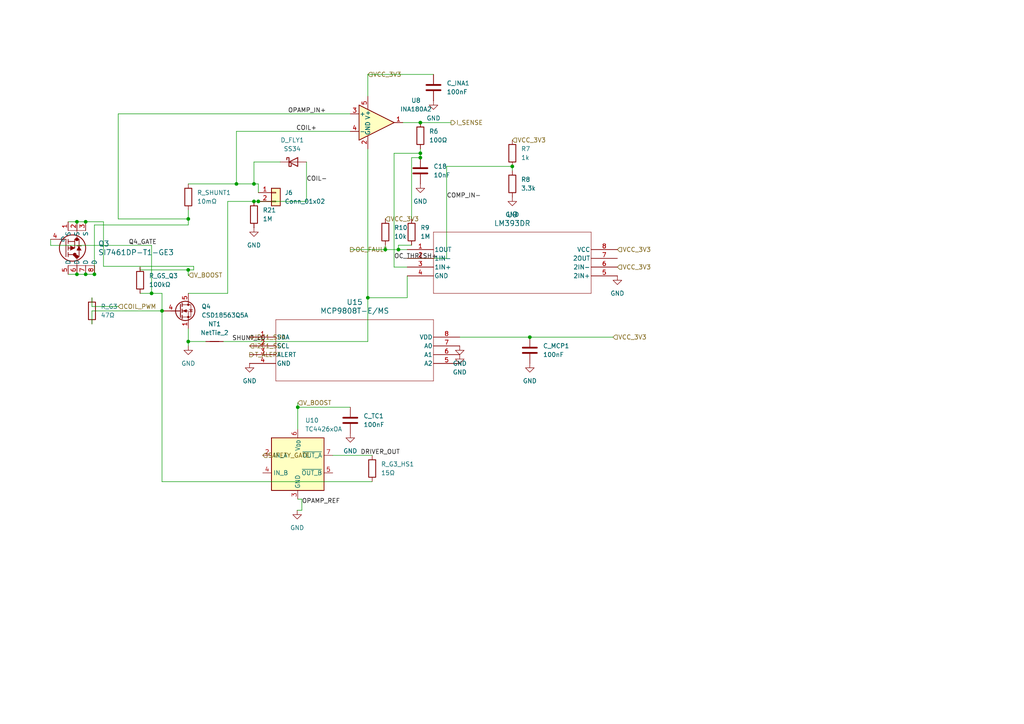
<source format=kicad_sch>
(kicad_sch (version 20250114) (generator "eeschema") (generator_version "9.0")
  (paper "A4")
  (lib_symbols
    (symbol "Amplifier_Current:INA180A2" (pin_names (offset 0.127))
      (property "Reference" "U" (at 3.81 3.81 0))
      (property "Value" "INA180A2" (at 3.81 -2.54 0))
      (symbol "INA180A2_0_1"
        (polyline (pts (xy 5.08 0) (xy -5.08 5.08) (xy -5.08 -5.08) (xy 5.08 0)) (stroke (width 0.254)) (fill (type background)))
      )
      (symbol "INA180A2_1_1"
        (pin input line (at -7.62 2.54 0) (length 2.54) (name "+") (number "3"))
        (pin input line (at -7.62 -2.54 0) (length 2.54) (name "-") (number "4"))
        (pin power_in line (at -2.54 7.62 270) (length 3.81) (name "V+") (number "5"))
        (pin power_in line (at -2.54 -7.62 90) (length 3.81) (name "GND") (number "2"))
        (pin output line (at 7.62 0 180) (length 2.54) (name "~") (number "1"))
      )
    )
    (symbol "Connector_Generic:Conn_01x02" (pin_names (offset 1.016) (hide yes))
      (property "Reference" "J" (at 0 2.54 0))
      (property "Value" "Conn_01x02" (at 0 -5.08 0))
      (symbol "Conn_01x02_1_1"
        (rectangle (start -1.27 1.27) (end 1.27 -3.81) (stroke (width 0.254)) (fill (type background)))
        (rectangle (start -1.27 0.127) (end 0 -0.127) (stroke (width 0.1524)))
        (rectangle (start -1.27 -2.413) (end 0 -2.667) (stroke (width 0.1524)))
        (pin passive line (at -5.08 0 0) (length 3.81) (name "Pin_1") (number "1"))
        (pin passive line (at -5.08 -2.54 0) (length 3.81) (name "Pin_2") (number "2"))
      )
    )
    (symbol "Device:C" (pin_numbers (hide yes)) (pin_names (offset 0.254))
      (property "Reference" "C" (at 0.635 2.54 0))
      (property "Value" "C" (at 0.635 -2.54 0))
      (symbol "C_0_1"
        (polyline (pts (xy -2.032 0.762) (xy 2.032 0.762)) (stroke (width 0.508)))
        (polyline (pts (xy -2.032 -0.762) (xy 2.032 -0.762)) (stroke (width 0.508)))
      )
      (symbol "C_1_1"
        (pin passive line (at 0 3.81 270) (length 2.794) (name "~") (number "1"))
        (pin passive line (at 0 -3.81 90) (length 2.794) (name "~") (number "2"))
      )
    )
    (symbol "Device:NetTie_2" (pin_numbers (hide yes)) (pin_names (offset 0) (hide yes)) (in_bom no)
      (property "Reference" "NT" (at 0 1.27 0))
      (property "Value" "NetTie_2" (at 0 -1.27 0))
      (symbol "NetTie_2_0_1"
        (polyline (pts (xy -1.27 0) (xy 1.27 0)) (stroke (width 0.254)))
      )
      (symbol "NetTie_2_1_1"
        (pin passive line (at -2.54 0 0) (length 2.54) (name "1") (number "1"))
        (pin passive line (at 2.54 0 180) (length 2.54) (name "2") (number "2"))
      )
    )
    (symbol "Device:R" (pin_numbers (hide yes)) (pin_names (offset 0))
      (property "Reference" "R" (at 2.032 0 90))
      (property "Value" "R" (at 0 0 90))
      (symbol "R_0_1"
        (rectangle (start -1.016 -2.54) (end 1.016 2.54) (stroke (width 0.254)))
      )
      (symbol "R_1_1"
        (pin passive line (at 0 3.81 270) (length 1.27) (name "~") (number "1"))
        (pin passive line (at 0 -3.81 90) (length 1.27) (name "~") (number "2"))
      )
    )
    (symbol "Diode:SS34" (pin_numbers (hide yes)) (pin_names (offset 1.016) (hide yes))
      (property "Reference" "D" (at 0 2.54 0))
      (property "Value" "SS34" (at 0 -2.54 0))
      (symbol "SS34_0_1"
        (polyline (pts (xy -1.905 0.635) (xy -1.905 1.27) (xy -1.27 1.27) (xy -1.27 -1.27) (xy -0.635 -1.27) (xy -0.635 -0.635)) (stroke (width 0.254)))
        (polyline (pts (xy 1.27 1.27) (xy 1.27 -1.27) (xy -1.27 0) (xy 1.27 1.27)) (stroke (width 0.254)))
        (polyline (pts (xy 1.27 0) (xy -1.27 0)))
      )
      (symbol "SS34_1_1"
        (pin passive line (at -3.81 0 0) (length 2.54) (name "K") (number "1"))
        (pin passive line (at 3.81 0 180) (length 2.54) (name "A") (number "2"))
      )
    )
    (symbol "Driver_FET:TC4426xOA"
      (property "Reference" "U" (at -7.62 8.89 0))
      (property "Value" "TC4426xOA" (at 1.27 8.89 0))
      (symbol "TC4426xOA_0_1"
        (rectangle (start -7.62 -7.62) (end 7.62 7.62) (stroke (width 0.254)) (fill (type background)))
      )
      (symbol "TC4426xOA_1_1"
        (pin input line (at -10.16 2.54 0) (length 2.54) (name "IN_A") (number "2"))
        (pin input line (at -10.16 -2.54 0) (length 2.54) (name "IN_B") (number "4"))
        (pin no_connect line (at -7.62 0 0) (length 2.54) (hide yes) (name "NC") (number "1"))
        (pin power_in line (at 0 10.16 270) (length 2.54) (name "V_{DD}") (number "6"))
        (pin power_in line (at 0 -10.16 90) (length 2.54) (name "GND") (number "3"))
        (pin no_connect line (at 7.62 0 180) (length 2.54) (hide yes) (name "NC") (number "8"))
        (pin output line (at 10.16 2.54 180) (length 2.54) (name "~{OUT_A}") (number "7"))
        (pin output line (at 10.16 -2.54 180) (length 2.54) (name "~{OUT_B}") (number "5"))
      )
    )
    (symbol "LM393DR:LM393DR" (pin_names (offset 0.254))
      (property "Reference" "U" (at 30.48 10.16 0))
      (property "Value" "LM393DR" (at 30.48 7.62 0))
      (symbol "LM393DR_0_1"
        (polyline (pts (xy 7.62 5.08) (xy 7.62 -12.7)) (stroke (width 0.127)))
        (polyline (pts (xy 7.62 -12.7) (xy 53.34 -12.7)) (stroke (width 0.127)))
        (polyline (pts (xy 53.34 5.08) (xy 7.62 5.08)) (stroke (width 0.127)))
        (polyline (pts (xy 53.34 -12.7) (xy 53.34 5.08)) (stroke (width 0.127)))
        (pin output line (at 0 0 0) (length 7.62) (name "1OUT") (number "1"))
        (pin input line (at 0 -2.54 0) (length 7.62) (name "1IN-") (number "2"))
        (pin input line (at 0 -5.08 0) (length 7.62) (name "1IN+") (number "3"))
        (pin power_in line (at 0 -7.62 0) (length 7.62) (name "GND") (number "4"))
        (pin power_in line (at 60.96 0 180) (length 7.62) (name "VCC") (number "8"))
        (pin output line (at 60.96 -2.54 180) (length 7.62) (name "2OUT") (number "7"))
        (pin input line (at 60.96 -5.08 180) (length 7.62) (name "2IN-") (number "6"))
        (pin input line (at 60.96 -7.62 180) (length 7.62) (name "2IN+") (number "5"))
      )
    )
    (symbol "MCP9808T-E/MS:MCP9808T-E_MS" (pin_names (offset 0.254))
      (property "Reference" "U" (at 30.48 10.16 0))
      (property "Value" "MCP9808T-E/MS" (at 30.48 7.62 0))
      (symbol "MCP9808T-E_MS_0_1"
        (polyline (pts (xy 7.62 5.08) (xy 7.62 -12.7)) (stroke (width 0.127)))
        (polyline (pts (xy 7.62 -12.7) (xy 53.34 -12.7)) (stroke (width 0.127)))
        (polyline (pts (xy 53.34 5.08) (xy 7.62 5.08)) (stroke (width 0.127)))
        (polyline (pts (xy 53.34 -12.7) (xy 53.34 5.08)) (stroke (width 0.127)))
        (pin unspecified line (at 0 0 0) (length 7.62) (name "SDA") (number "1"))
        (pin unspecified line (at 0 -2.54 0) (length 7.62) (name "SCL") (number "2"))
        (pin output line (at 0 -5.08 0) (length 7.62) (name "ALERT") (number "3"))
        (pin power_in line (at 0 -7.62 0) (length 7.62) (name "GND") (number "4"))
        (pin power_in line (at 60.96 0 180) (length 7.62) (name "VDD") (number "8"))
        (pin unspecified line (at 60.96 -2.54 180) (length 7.62) (name "A0") (number "7"))
        (pin unspecified line (at 60.96 -5.08 180) (length 7.62) (name "A1") (number "6"))
        (pin unspecified line (at 60.96 -7.62 180) (length 7.62) (name "A2") (number "5"))
      )
    )
    (symbol "Si7461DP-T1-GE3:SI7461DP-T1-GE3" (pin_names (offset 0.254))
      (property "Reference" "Q" (at 11.43 -0.635 0))
      (property "Value" "SI7461DP-T1-GE3" (at 11.43 -5.08 0))
      (symbol "SI7461DP-T1-GE3_0_1"
        (polyline (pts (xy 2.54 0) (xy 4.445 0)) (stroke (width 0.2032)))
        (polyline (pts (xy 4.445 -5.08) (xy 4.445 0)) (stroke (width 0.2032)))
        (polyline (pts (xy 5.08 2.54) (xy 10.16 2.54)) (stroke (width 0.127)))
        (polyline (pts (xy 5.08 -0.635) (xy 6.985 -0.635)) (stroke (width 0.2032)))
        (polyline (pts (xy 5.08 -1.27) (xy 5.08 0)) (stroke (width 0.2032)))
        (polyline (pts (xy 5.08 -3.175) (xy 5.08 -1.905)) (stroke (width 0.2032)))
        (polyline (pts (xy 5.08 -4.445) (xy 6.985 -4.445)) (stroke (width 0.2032)))
        (polyline (pts (xy 5.08 -5.08) (xy 5.08 -3.81)) (stroke (width 0.2032)))
        (polyline (pts (xy 5.08 -7.62) (xy 12.7 -7.62)) (stroke (width 0.127)))
        (polyline (pts (xy 5.715 -2.54) (xy 5.08 -2.54)) (stroke (width 0.2032)))
        (polyline (pts (xy 5.715 -3.175) (xy 6.985 -2.54) (xy 5.715 -1.905)) (fill (type outline)))
        (circle (center 6.35 -2.54) (radius 3.81) (stroke (width 0.254)))
        (polyline (pts (xy 6.985 0) (xy 8.255 0)) (stroke (width 0.2032)))
        (polyline (pts (xy 6.985 -0.635) (xy 6.985 0)) (stroke (width 0.2032)))
        (polyline (pts (xy 6.985 -0.635) (xy 6.985 -2.54)) (stroke (width 0.2032)))
        (polyline (pts (xy 6.985 -4.445) (xy 6.985 -5.08)) (stroke (width 0.127)))
        (circle (center 6.985 -4.445) (radius 0.0254) (stroke (width 0.508)))
        (polyline (pts (xy 6.985 -5.08) (xy 8.255 -5.08)) (stroke (width 0.2032)))
        (polyline (pts (xy 7.62 2.54) (xy 7.6454 0)) (stroke (width 0.127)))
        (circle (center 7.62 0) (radius 0.0254) (stroke (width 0.508)))
        (circle (center 7.62 -5.08) (radius 0.0254) (stroke (width 0.508)))
        (polyline (pts (xy 7.62 -7.62) (xy 7.62 -5.08)) (stroke (width 0.127)))
        (polyline (pts (xy 8.255 -1.905) (xy 8.255 0)) (stroke (width 0.2032)))
        (polyline (pts (xy 8.255 -5.08) (xy 8.255 -3.175)) (stroke (width 0.2032)))
        (polyline (pts (xy 8.89 -1.905) (xy 7.62 -1.905)) (stroke (width 0.2032)))
        (polyline (pts (xy 8.89 -3.175) (xy 7.62 -3.175) (xy 8.255 -1.905)) (fill (type outline)))
        (pin unspecified line (at 0 0 0) (length 2.54) (name "G") (number "4"))
        (pin unspecified line (at 5.08 5.08 270) (length 2.54) (name "S") (number "1"))
        (pin unspecified line (at 5.08 -10.16 90) (length 2.54) (name "D") (number "5"))
        (pin unspecified line (at 7.62 5.08 270) (length 2.54) (name "S") (number "2"))
        (pin unspecified line (at 7.62 -10.16 90) (length 2.54) (name "D") (number "6"))
        (pin unspecified line (at 10.16 5.08 270) (length 2.54) (name "S") (number "3"))
        (pin unspecified line (at 10.16 -10.16 90) (length 2.54) (name "D") (number "7"))
        (pin unspecified line (at 12.7 -10.16 90) (length 2.54) (name "D") (number "8"))
      )
    )
    (symbol "Transistor_FET:CSD18563Q5A" (pin_names (offset 0) (hide yes))
      (property "Reference" "Q" (at 5.08 1.905 0))
      (property "Value" "CSD18563Q5A" (at 5.08 0 0))
      (symbol "CSD18563Q5A_0_1"
        (polyline (pts (xy 0.254 1.905) (xy 0.254 -1.905)) (stroke (width 0.254)))
        (polyline (pts (xy 0.254 0) (xy -2.54 0)))
        (polyline (pts (xy 0.762 2.286) (xy 0.762 1.27)) (stroke (width 0.254)))
        (polyline (pts (xy 0.762 0.508) (xy 0.762 -0.508)) (stroke (width 0.254)))
        (polyline (pts (xy 0.762 -1.27) (xy 0.762 -2.286)) (stroke (width 0.254)))
        (polyline (pts (xy 0.762 -1.778) (xy 3.302 -1.778) (xy 3.302 1.778) (xy 0.762 1.778)))
        (polyline (pts (xy 1.016 0) (xy 2.032 0.381) (xy 2.032 -0.381) (xy 1.016 0)) (fill (type outline)))
        (circle (center 1.651 0) (radius 2.794) (stroke (width 0.254)))
        (polyline (pts (xy 2.54 2.54) (xy 2.54 1.778)))
        (circle (center 2.54 1.778) (radius 0.254) (fill (type outline)))
        (circle (center 2.54 -1.778) (radius 0.254) (fill (type outline)))
        (polyline (pts (xy 2.54 -2.54) (xy 2.54 0) (xy 0.762 0)))
        (polyline (pts (xy 2.794 0.508) (xy 2.921 0.381) (xy 3.683 0.381) (xy 3.81 0.254)))
        (polyline (pts (xy 3.302 0.381) (xy 2.921 -0.254) (xy 3.683 -0.254) (xy 3.302 0.381)))
      )
      (symbol "CSD18563Q5A_1_1"
        (pin input line (at -5.08 0 0) (length 5.08) (name "G") (number "4"))
        (pin passive line (at 2.54 5.08 270) (length 2.54) (name "D") (number "5"))
        (pin passive line (at 2.54 -5.08 90) (length 2.54) (name "S") (number "1"))
        (pin passive line (at 2.54 -5.08 90) (length 2.54) (hide yes) (name "S") (number "2"))
        (pin passive line (at 2.54 -5.08 90) (length 2.54) (hide yes) (name "S") (number "3"))
      )
    )
    (symbol "power:GND" (power) (pin_numbers (hide yes)) (pin_names (offset 0) (hide yes))
      (property "Value" "GND" (at 0 -3.81 0))
      (symbol "GND_0_1"
        (polyline (pts (xy 0 0) (xy 0 -1.27) (xy 1.27 -1.27) (xy 0 -2.54) (xy -1.27 -1.27) (xy 0 -1.27)))
      )
      (symbol "GND_1_1"
        (pin power_in line (at 0 0 270) (length 0) (name "~") (number "1"))
      )
    )
  )
  (junction (at 46.99 90.17))
  (junction (at 106.68 86.36))
  (junction (at 111.76 72.39))
  (junction (at 43.9574 85.09))
  (junction (at 86.36 118.11))
  (junction (at 73.66 58.42))
  (junction (at 148.59 48.26))
  (junction (at 54.5844 78.2827))
  (junction (at 73.66 53.34))
  (junction (at 54.61 99.06))
  (junction (at 54.61 63.5))
  (junction (at 24.8456 64.3211))
  (junction (at 115.57 72.39))
  (junction (at 74.93 58.42))
  (junction (at 27.3856 79.5611))
  (junction (at 24.8456 79.5611))
  (junction (at 121.92 45.72))
  (junction (at 68.58 53.34))
  (junction (at 153.67 97.79))
  (junction (at 22.3056 64.3211))
  (junction (at 22.3056 79.5611))
  (junction (at 121.92 44.45))
  (junction (at 121.92 35.56))
  (wire (pts (xy 96.52 132.08) (xy 107.95 132.08)))
  (wire (pts (xy 111.76 72.39) (xy 115.57 72.39)))
  (wire (pts (xy 129.54 48.26) (xy 129.54 74.93)))
  (wire (pts (xy 87.5518 144.78) (xy 86.36 144.78)))
  (wire (pts (xy 68.58 53.34) (xy 73.66 53.34)))
  (wire (pts (xy 118.11 80.01) (xy 118.11 86.36)))
  (wire (pts (xy 125.73 21.59) (xy 106.68 21.59)))
  (wire (pts (xy 46.99 139.7) (xy 107.95 139.7)))
  (wire (pts (xy 148.59 48.26) (xy 148.59 49.53)))
  (wire (pts (xy 22.3056 64.3211) (xy 19.7656 64.3211)))
  (wire (pts (xy 54.61 65.2476) (xy 27.3856 65.2476)))
  (wire (pts (xy 30.0172 77.2469) (xy 30.0172 64.3211)))
  (wire (pts (xy 30.0172 64.3211) (xy 24.8456 64.3211)))
  (wire (pts (xy 26.67 88.9) (xy 34.29 88.9)))
  (wire (pts (xy 27.3856 65.2476) (xy 27.3856 79.5611)))
  (wire (pts (xy 106.68 21.59) (xy 106.68 27.94)))
  (wire (pts (xy 106.68 43.18) (xy 106.68 86.36)))
  (wire (pts (xy 74.93 58.42) (xy 73.66 58.42)))
  (wire (pts (xy 24.8456 79.5611) (xy 27.3856 79.5611)))
  (wire (pts (xy 19.7656 79.5611) (xy 22.3056 79.5611)))
  (wire (pts (xy 133.35 97.79) (xy 153.67 97.79)))
  (wire (pts (xy 121.92 44.45) (xy 121.92 45.72)))
  (wire (pts (xy 34.29 63.5) (xy 34.29 33.02)))
  (wire (pts (xy 114.3 77.47) (xy 118.11 77.47)))
  (wire (pts (xy 86.36 118.11) (xy 86.36 124.46)))
  (wire (pts (xy 121.92 44.45) (xy 114.3 44.45)))
  (wire (pts (xy 66.04 85.09) (xy 54.61 85.09)))
  (wire (pts (xy 43.9574 85.1511) (xy 43.9574 85.09)))
  (wire (pts (xy 121.92 35.56) (xy 116.84 35.56)))
  (wire (pts (xy 119.38 45.72) (xy 121.92 45.72)))
  (wire (pts (xy 54.5844 78.2827) (xy 56.1884 78.2827)))
  (wire (pts (xy 54.61 99.06) (xy 59.69 99.06)))
  (wire (pts (xy 54.61 60.96) (xy 54.61 63.5)))
  (wire (pts (xy 87.5518 147.9984) (xy 87.5518 144.78)))
  (wire (pts (xy 118.11 86.36) (xy 106.68 86.36)))
  (wire (pts (xy 130.81 35.56) (xy 121.92 35.56)))
  (wire (pts (xy 74.93 53.34) (xy 74.93 55.88)))
  (wire (pts (xy 101.6 118.11) (xy 86.36 118.11)))
  (wire (pts (xy 26.67 86.36) (xy 26.67 88.9)))
  (wire (pts (xy 54.7225 79.8012) (xy 54.7225 80.0221)))
  (wire (pts (xy 115.57 71.12) (xy 115.57 72.39)))
  (wire (pts (xy 40.64 78.2827) (xy 54.5844 78.2827)))
  (wire (pts (xy 26.67 93.98) (xy 26.67 90.17)))
  (wire (pts (xy 43.9574 71.1811) (xy 14.6856 71.1811)))
  (wire (pts (xy 73.66 53.34) (xy 74.93 53.34)))
  (wire (pts (xy 56.1884 78.2827) (xy 56.1884 77.2469)))
  (wire (pts (xy 54.61 99.06) (xy 54.61 95.25)))
  (wire (pts (xy 81.28 46.99) (xy 73.66 46.99)))
  (wire (pts (xy 88.9 46.99) (xy 88.9 58.42)))
  (wire (pts (xy 88.9 58.42) (xy 74.93 58.42)))
  (wire (pts (xy 106.68 86.36) (xy 106.68 99.06)))
  (wire (pts (xy 54.61 53.34) (xy 68.58 53.34)))
  (wire (pts (xy 73.66 58.42) (xy 66.04 58.42)))
  (wire (pts (xy 46.99 139.7) (xy 46.99 90.17)))
  (wire (pts (xy 153.67 97.79) (xy 177.8 97.79)))
  (wire (pts (xy 66.04 58.42) (xy 66.04 85.09)))
  (wire (pts (xy 34.29 33.02) (xy 101.6 33.02)))
  (wire (pts (xy 121.92 43.18) (xy 121.92 44.45)))
  (wire (pts (xy 119.38 71.12) (xy 115.57 71.12)))
  (wire (pts (xy 54.61 100.33) (xy 54.61 99.06)))
  (wire (pts (xy 43.9574 85.09) (xy 43.9574 71.1811)))
  (wire (pts (xy 54.61 63.5) (xy 34.29 63.5)))
  (wire (pts (xy 115.57 72.39) (xy 118.11 72.39)))
  (wire (pts (xy 68.58 38.1) (xy 101.6 38.1)))
  (wire (pts (xy 40.64 85.09) (xy 43.9574 85.09)))
  (wire (pts (xy 111.76 71.12) (xy 111.76 72.39)))
  (wire (pts (xy 129.54 74.93) (xy 118.11 74.93)))
  (wire (pts (xy 101.6 72.39) (xy 111.76 72.39)))
  (wire (pts (xy 119.38 63.5) (xy 119.38 45.72)))
  (wire (pts (xy 73.66 46.99) (xy 73.66 53.34)))
  (wire (pts (xy 24.8456 64.3211) (xy 22.3056 64.3211)))
  (wire (pts (xy 56.1884 77.2469) (xy 30.0172 77.2469)))
  (wire (pts (xy 54.5844 79.8012) (xy 54.5844 78.2827)))
  (wire (pts (xy 106.68 99.06) (xy 64.77 99.06)))
  (wire (pts (xy 86.1936 147.9984) (xy 87.5518 147.9984)))
  (wire (pts (xy 43.9574 85.09) (xy 46.99 85.09)))
  (wire (pts (xy 68.58 53.34) (xy 68.58 38.1)))
  (wire (pts (xy 86.36 116.84) (xy 86.36 118.11)))
  (wire (pts (xy 148.59 48.26) (xy 129.54 48.26)))
  (wire (pts (xy 22.3056 79.5611) (xy 24.8456 79.5611)))
  (wire (pts (xy 26.67 90.17) (xy 46.99 90.17)))
  (wire (pts (xy 14.6856 71.1811) (xy 14.6856 69.4011)))
  (wire (pts (xy 40.64 78.2827) (xy 40.64 77.47)))
  (wire (pts (xy 54.5844 79.8012) (xy 54.7225 79.8012)))
  (wire (pts (xy 54.61 63.5) (xy 54.61 65.2476)))
  (wire (pts (xy 46.99 90.17) (xy 46.99 85.09)))
  (wire (pts (xy 114.3 44.45) (xy 114.3 77.47)))
  (label "SHUNT_LO" (at 67.3104 99.06 0))
  (label "OC_THRESH+" (at 114.3 75.305 0))
  (label "COIL-" (at 88.9 52.8305 0))
  (label "OPAMP_IN+" (at 83.5102 33.02 0))
  (label "DRIVER_OUT" (at 104.5741 132.08 0))
  (label "COMP_IN-" (at 129.54 57.704 0))
  (label "COIL+" (at 85.894 38.1 0))
  (label "OPAMP_REF" (at 87.5518 146.3209 0))
  (label "Q4_GATE" (at 37.2982 71.1811 0))
  (hierarchical_label "I2C1_SCL" (shape input) (at 72.39 100.33 0))
  (hierarchical_label "VCC_3V3" (shape input) (at 179.07 72.39 0))
  (hierarchical_label "V_BOOST" (shape input) (at 54.7225 79.8012 0))
  (hierarchical_label "T_ALERT" (shape output) (at 72.39 102.87 0))
  (hierarchical_label "VCC_3V3" (shape input) (at 148.59 40.64 0))
  (hierarchical_label "VCC_3V3" (shape input) (at 111.76 63.5 0))
  (hierarchical_label "VCC_3V3" (shape input) (at 177.8 97.79 0))
  (hierarchical_label "SAFETY_GATE" (shape input) (at 76.2 132.08 0))
  (hierarchical_label "I_SENSE" (shape output) (at 130.81 35.56 0))
  (hierarchical_label "COIL_PWM" (shape input) (at 34.29 88.9 0))
  (hierarchical_label "I2C1_SDA" (shape bidirectional) (at 72.39 97.79 0))
  (hierarchical_label "V_BOOST" (shape input) (at 86.36 116.84 0))
  (hierarchical_label "VCC_3V3" (shape input) (at 179.07 77.47 0))
  (hierarchical_label "OC_FAULT" (shape output) (at 101.6 72.39 0))
  (hierarchical_label "VCC_3V3" (shape input) (at 106.68 21.59 0))
  (symbol (lib_id "power:GND") (at 54.61 100.33 0) (unit 1)
    (property "Reference" "#PWR043" (effects (hide yes)))
    (property "Value" "GND" (at 54.61 105.41 0))
    (property "Description" "Power symbol creates a global label with name \"GND\" , ground" (effects (hide yes)))
  )
  (symbol (lib_id "power:GND") (at 121.92 53.34 0) (unit 1)
    (property "Reference" "#PWR048" (effects (hide yes)))
    (property "Value" "GND" (at 121.92 58.42 0))
    (property "Description" "Power symbol creates a global label with name \"GND\" , ground" (effects (hide yes)))
  )
  (symbol (lib_id "power:GND") (at 101.6 125.73 0) (unit 1)
    (property "Reference" "#PWR044" (effects (hide yes)))
    (property "Value" "GND" (at 101.6 130.81 0))
    (property "Description" "Power symbol creates a global label with name \"GND\" , ground" (effects (hide yes)))
  )
  (symbol (lib_id "power:GND") (at 125.73 29.21 0) (unit 1)
    (property "Reference" "#PWR046" (effects (hide yes)))
    (property "Value" "GND" (at 125.73 34.29 0))
    (property "Description" "Power symbol creates a global label with name \"GND\" , ground" (effects (hide yes)))
  )
  (symbol (lib_id "Transistor_FET:CSD18563Q5A") (at 52.07 90.17 0) (unit 1)
    (property "Reference" "Q4" (at 58.42 88.8999 0) (effects (justify left)))
    (property "Value" "CSD18563Q5A" (at 58.42 91.4399 0) (effects (justify left)))
    (property "Footprint" "Package_TO_SOT_SMD:TDSON-8-1" (effects (hide yes)))
    (property "Datasheet" "http://www.ti.com/lit/gpn/csd18563q5a" (effects (hide yes)))
    (property "Description" "100A Id, 60V Vds, NexFET N-Channel Power MOSFET, 6.8mOhm Ron, 15nC Qg(typ), SON8 5x6mm" (effects (hide yes)))
  )
  (symbol (lib_id "LM393DR:LM393DR") (at 118.11 72.39 0) (unit 1)
    (property "Reference" "U9" (at 148.59 62.23 0) (effects (font (size 1.524 1.524))))
    (property "Value" "LM393DR" (at 148.59 64.77 0) (effects (font (size 1.524 1.524))))
    (property "Footprint" "Package_SO:SOIC-8_3.9x4.9mm_P1.27mm" (effects (hide yes)))
    (property "Datasheet" "https://www.ti.com/lit/gpn/lm393" (effects (hide yes)))
  )
  (symbol (lib_id "power:GND") (at 148.59 57.15 0) (unit 1)
    (property "Reference" "#PWR050" (effects (hide yes)))
    (property "Value" "GND" (at 148.59 62.23 0))
    (property "Description" "Power symbol creates a global label with name \"GND\" , ground" (effects (hide yes)))
  )
  (symbol (lib_id "Device:R") (at 40.64 81.28 0) (unit 1)
    (property "Reference" "R_GS_Q3" (at 43.18 80.0099 0) (effects (justify left)))
    (property "Value" "100kΩ" (at 43.18 82.5499 0) (effects (justify left)))
    (property "Footprint" "Resistor_SMD:R_0402_1005Metric" (effects (hide yes)))
    (property "Description" "Resistor" (effects (hide yes)))
  )
  (symbol (lib_id "power:GND") (at 133.35 100.33 0) (unit 1)
    (property "Reference" "#PWR055" (effects (hide yes)))
    (property "Value" "GND" (at 133.35 105.41 0))
    (property "Description" "Power symbol creates a global label with name \"GND\" , ground" (effects (hide yes)))
  )
  (symbol (lib_id "Driver_FET:TC4426xOA") (at 86.36 134.62 0) (unit 1)
    (property "Reference" "U10" (at 88.5033 121.92 0) (effects (justify left)))
    (property "Value" "TC4426xOA" (at 88.5033 124.46 0) (effects (justify left)))
    (property "Footprint" "Package_SO:SOIC-8_3.9x4.9mm_P1.27mm" (effects (hide yes)))
    (property "Datasheet" "https://ww1.microchip.com/downloads/en/DeviceDoc/20001422G.pdf" (effects (hide yes)))
    (property "Description" "1.5A Dual High-Speed Power MOSFET Drivers, 4.5..18V supply, TTL/CMOS compatible inputs, inverting drivers, SOIC-8" (effects (hide yes)))
  )
  (symbol (lib_id "Device:NetTie_2") (at 62.23 99.06 0) (unit 1) (in_bom no)
    (property "Reference" "NT1" (at 62.23 93.98 0))
    (property "Value" "NetTie_2" (at 62.23 96.52 0))
    (property "Footprint" "NetTie:NetTie-2_SMD_Pad0.5mm" (effects (hide yes)))
    (property "Description" "Net tie, 2 pins" (effects (hide yes)))
  )
  (symbol (lib_id "power:GND") (at 86.1936 147.9984 0) (unit 1)
    (property "Reference" "#PWR045" (effects (hide yes)))
    (property "Value" "GND" (at 86.1936 153.0784 0))
    (property "Description" "Power symbol creates a global label with name \"GND\" , ground" (effects (hide yes)))
  )
  (symbol (lib_id "Device:R") (at 111.76 67.31 0) (unit 1)
    (property "Reference" "R10" (at 114.3 66.0399 0) (effects (justify left)))
    (property "Value" "10k" (at 114.3 68.5799 0) (effects (justify left)))
    (property "Footprint" "Resistor_SMD:R_0402_1005Metric" (effects (hide yes)))
    (property "Description" "Resistor" (effects (hide yes)))
  )
  (symbol (lib_id "power:GND") (at 179.07 80.01 0) (unit 1)
    (property "Reference" "#PWR051" (effects (hide yes)))
    (property "Value" "GND" (at 179.07 85.09 0))
    (property "Description" "Power symbol creates a global label with name \"GND\" , ground" (effects (hide yes)))
  )
  (symbol (lib_id "Connector_Generic:Conn_01x02") (at 80.01 55.88 0) (unit 1)
    (property "Reference" "J6" (at 82.55 55.8799 0) (effects (justify left)))
    (property "Value" "Conn_01x02" (at 82.55 58.4199 0) (effects (justify left)))
    (property "Footprint" "Connector_Wire:SolderWire-2.5sqmm_1x02_P8.8mm_D2.4mm_OD4.4mm" (effects (hide yes)))
    (property "Description" "Generic connector, single row, 01x02, script generated (kicad-library-utils/schlib/autogen/connector/)" (effects (hide yes)))
  )
  (symbol (lib_id "power:GND") (at 153.67 105.41 0) (unit 1)
    (property "Reference" "#PWR053" (effects (hide yes)))
    (property "Value" "GND" (at 153.67 110.49 0))
    (property "Description" "Power symbol creates a global label with name \"GND\" , ground" (effects (hide yes)))
  )
  (symbol (lib_id "Device:R") (at 121.92 39.37 0) (unit 1)
    (property "Reference" "R6" (at 124.46 38.0999 0) (effects (justify left)))
    (property "Value" "100Ω" (at 124.46 40.6399 0) (effects (justify left)))
    (property "Footprint" "Resistor_SMD:R_0402_1005Metric" (effects (hide yes)))
    (property "Description" "Resistor" (effects (hide yes)))
  )
  (symbol (lib_id "Device:C") (at 121.92 49.53 0) (unit 1)
    (property "Reference" "C18" (at 125.73 48.2599 0) (effects (justify left)))
    (property "Value" "10nF" (at 125.73 50.7999 0) (effects (justify left)))
    (property "Footprint" "Capacitor_SMD:C_0402_1005Metric" (effects (hide yes)))
    (property "Description" "Unpolarized capacitor" (effects (hide yes)))
  )
  (symbol (lib_id "Device:C") (at 125.73 25.4 0) (unit 1)
    (property "Reference" "C_INA1" (at 129.54 24.1299 0) (effects (justify left)))
    (property "Value" "100nF" (at 129.54 26.6699 0) (effects (justify left)))
    (property "Footprint" "Capacitor_SMD:C_0402_1005Metric" (effects (hide yes)))
    (property "Description" "Unpolarized capacitor" (effects (hide yes)))
  )
  (symbol (lib_id "Diode:SS34") (at 85.09 46.99 0) (unit 1)
    (property "Reference" "D_FLY1" (at 84.7725 40.64 0))
    (property "Value" "SS34" (at 84.7725 43.18 0))
    (property "Footprint" "Diode_SMD:D_SMA" (effects (hide yes)))
    (property "Datasheet" "https://www.vishay.com/docs/88751/ss32.pdf" (effects (hide yes)))
    (property "Description" "40V 3A Schottky Diode, SMA" (effects (hide yes)))
  )
  (symbol (lib_id "Device:C") (at 153.67 101.6 0) (unit 1)
    (property "Reference" "C_MCP1" (at 157.48 100.3299 0) (effects (justify left)))
    (property "Value" "100nF" (at 157.48 102.8699 0) (effects (justify left)))
    (property "Footprint" "Capacitor_SMD:C_0402_1005Metric" (effects (hide yes)))
    (property "Description" "Unpolarized capacitor" (effects (hide yes)))
  )
  (symbol (lib_id "power:GND") (at 72.39 105.41 0) (unit 1)
    (property "Reference" "#PWR054" (effects (hide yes)))
    (property "Value" "GND" (at 72.39 110.49 0))
    (property "Description" "Power symbol creates a global label with name \"GND\" , ground" (effects (hide yes)))
  )
  (symbol (lib_id "MCP9808T-E/MS:MCP9808T-E_MS") (at 72.39 97.79 0) (unit 1)
    (property "Reference" "U15" (at 102.87 87.63 0) (effects (font (size 1.524 1.524))))
    (property "Value" "MCP9808T-E/MS" (at 102.87 90.17 0) (effects (font (size 1.524 1.524))))
    (property "Footprint" "Package_SO:MSOP-8_3x3mm_P0.65mm" (effects (hide yes)))
    (property "Datasheet" "MCP9808T-E/MS" (effects (hide yes)))
  )
  (symbol (lib_id "Device:R") (at 107.95 135.89 0) (unit 1)
    (property "Reference" "R_G3_HS1" (at 110.49 134.6199 0) (effects (justify left)))
    (property "Value" "15Ω" (at 110.49 137.1599 0) (effects (justify left)))
    (property "Footprint" "Resistor_SMD:R_0402_1005Metric" (effects (hide yes)))
    (property "Description" "Resistor" (effects (hide yes)))
  )
  (symbol (lib_id "Device:R") (at 148.59 44.45 0) (unit 1)
    (property "Reference" "R7" (at 151.13 43.1799 0) (effects (justify left)))
    (property "Value" "1k" (at 151.13 45.7199 0) (effects (justify left)))
    (property "Footprint" "Resistor_SMD:R_0402_1005Metric" (effects (hide yes)))
    (property "Description" "Resistor" (effects (hide yes)))
  )
  (symbol (lib_id "Device:R") (at 148.59 53.34 0) (unit 1)
    (property "Reference" "R8" (at 151.13 52.0699 0) (effects (justify left)))
    (property "Value" "3.3k" (at 151.13 54.6099 0) (effects (justify left)))
    (property "Footprint" "Resistor_SMD:R_0402_1005Metric" (effects (hide yes)))
    (property "Description" "Resistor" (effects (hide yes)))
  )
  (symbol (lib_id "Device:C") (at 101.6 121.92 0) (unit 1)
    (property "Reference" "C_TC1" (at 105.41 120.6499 0) (effects (justify left)))
    (property "Value" "100nF" (at 105.41 123.1899 0) (effects (justify left)))
    (property "Footprint" "Capacitor_SMD:C_0402_1005Metric" (effects (hide yes)))
    (property "Description" "Unpolarized capacitor" (effects (hide yes)))
  )
  (symbol (lib_id "Device:R") (at 26.67 90.17 0) (unit 1)
    (property "Reference" "R_G3" (at 29.21 88.8999 0) (effects (justify left)))
    (property "Value" "47Ω" (at 29.21 91.4399 0) (effects (justify left)))
    (property "Description" "Resistor" (effects (hide yes)))
  )
  (symbol (lib_id "Device:R") (at 119.38 67.31 0) (unit 1)
    (property "Reference" "R9" (at 121.92 66.0399 0) (effects (justify left)))
    (property "Value" "1M" (at 121.92 68.5799 0) (effects (justify left)))
    (property "Footprint" "Resistor_SMD:R_0603_1608Metric" (effects (hide yes)))
    (property "Description" "Resistor" (effects (hide yes)))
  )
  (symbol (lib_id "power:GND") (at 133.35 102.87 0) (unit 1)
    (property "Reference" "#PWR056" (effects (hide yes)))
    (property "Value" "GND" (at 133.35 107.95 0))
    (property "Description" "Power symbol creates a global label with name \"GND\" , ground" (effects (hide yes)))
  )
  (symbol (lib_id "Device:R") (at 73.66 62.23 0) (unit 1)
    (property "Reference" "R21" (at 76.2 60.9599 0) (effects (justify left)))
    (property "Value" "1M" (at 76.2 63.4999 0) (effects (justify left)))
    (property "Footprint" "Resistor_SMD:R_0603_1608Metric" (effects (hide yes)))
    (property "Description" "Resistor" (effects (hide yes)))
  )
  (symbol (lib_id "Amplifier_Current:INA180A2") (at 109.22 35.56 0) (unit 1)
    (property "Reference" "U8" (at 120.65 29.1398 0))
    (property "Value" "INA180A2" (at 120.65 31.6798 0))
    (property "Footprint" "Package_TO_SOT_SMD:SOT-23-5" (effects (hide yes)))
    (property "Datasheet" "http://www.ti.com/lit/ds/symlink/ina180.pdf" (effects (hide yes)))
    (property "Description" "Current Sense Amplifier, 1 Circuit, Rail-to-Rail, 26V, Gain 50 V/V, SOT-23-5" (effects (hide yes)))
  )
  (symbol (lib_id "power:GND") (at 73.66 66.04 0) (unit 1)
    (property "Reference" "#PWR052" (effects (hide yes)))
    (property "Value" "GND" (at 73.66 71.12 0))
    (property "Description" "Power symbol creates a global label with name \"GND\" , ground" (effects (hide yes)))
  )
  (symbol (lib_id "Si7461DP-T1-GE3:SI7461DP-T1-GE3") (at 14.6856 69.4011 0) (unit 1)
    (property "Reference" "Q3" (at 28.4501 70.671 0) (effects (font (size 1.524 1.524)) (justify left)))
    (property "Value" "SI7461DP-T1-GE3" (at 28.4501 73.211 0) (effects (font (size 1.524 1.524)) (justify left)))
    (property "Footprint" "Package_SO:PowerPAK_SO-8_Single" (effects (hide yes)))
    (property "Datasheet" "https://www.vishay.com/doc?72567" (effects (hide yes)))
  )
  (symbol (lib_id "Device:R") (at 54.61 57.15 0) (unit 1)
    (property "Reference" "R_SHUNT1" (at 57.15 55.8799 0) (effects (justify left)))
    (property "Value" "10mΩ" (at 57.15 58.4199 0) (effects (justify left)))
    (property "Footprint" "Resistor_SMD:R_2512_6332Metric" (effects (hide yes)))
    (property "Description" "Resistor" (effects (hide yes)))
  )
)
</source>
